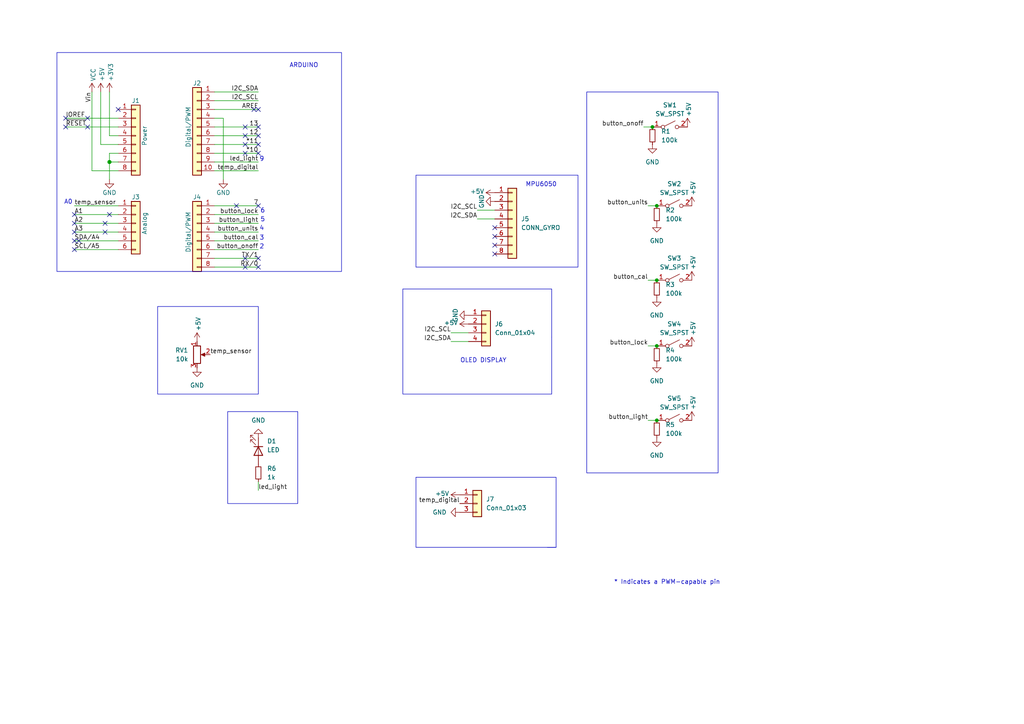
<source format=kicad_sch>
(kicad_sch (version 20231120) (generator "eeschema") (generator_version "8.0")
  (paper "A4")
  (title_block (title "Thermoprobe Arduino Shield") (date "2025-02-03") (rev "1.1") (company "Hampton Zinn"))
  (lib_symbols
    (symbol "Connector_Generic:Conn_01x03" (pin_names (offset 1.016) hide)
      (property "Reference" "J" (at 0 5.08 0))
      (property "Value" "Conn_01x03" (at 0 -5.08 0))
      (symbol "Conn_01x03_1_1"
        (rectangle (start -1.27 -2.413) (end 0 -2.667) (stroke (width 0.1524)))
        (rectangle (start -1.27 0.127) (end 0 -0.127) (stroke (width 0.1524)))
        (rectangle (start -1.27 2.667) (end 0 2.413) (stroke (width 0.1524)))
        (rectangle (start -1.27 3.81) (end 1.27 -3.81) (stroke (width 0.254)) (fill (type background)))
        (pin passive line (at -5.08 2.54 0) (length 3.81) (name "Pin_1") (number "1"))
        (pin passive line (at -5.08 0 0) (length 3.81) (name "Pin_2") (number "2"))
        (pin passive line (at -5.08 -2.54 0) (length 3.81) (name "Pin_3") (number "3"))
      )
    )
    (symbol "Connector_Generic:Conn_01x04" (pin_names (offset 1.016) hide)
      (property "Reference" "J" (at 0 5.08 0))
      (property "Value" "Conn_01x04" (at 0 -7.62 0))
      (symbol "Conn_01x04_1_1"
        (rectangle (start -1.27 -4.953) (end 0 -5.207) (stroke (width 0.1524)))
        (rectangle (start -1.27 -2.413) (end 0 -2.667) (stroke (width 0.1524)))
        (rectangle (start -1.27 0.127) (end 0 -0.127) (stroke (width 0.1524)))
        (rectangle (start -1.27 2.667) (end 0 2.413) (stroke (width 0.1524)))
        (rectangle (start -1.27 3.81) (end 1.27 -6.35) (stroke (width 0.254)) (fill (type background)))
        (pin passive line (at -5.08 2.54 0) (length 3.81) (name "Pin_1") (number "1"))
        (pin passive line (at -5.08 0 0) (length 3.81) (name "Pin_2") (number "2"))
        (pin passive line (at -5.08 -2.54 0) (length 3.81) (name "Pin_3") (number "3"))
        (pin passive line (at -5.08 -5.08 0) (length 3.81) (name "Pin_4") (number "4"))
      )
    )
    (symbol "Connector_Generic:Conn_01x06" (pin_names (offset 1.016) hide)
      (property "Reference" "J" (at 0 7.62 0))
      (property "Value" "Conn_01x06" (at 0 -10.16 0))
      (symbol "Conn_01x06_1_1"
        (rectangle (start -1.27 -7.493) (end 0 -7.747) (stroke (width 0.1524)))
        (rectangle (start -1.27 -4.953) (end 0 -5.207) (stroke (width 0.1524)))
        (rectangle (start -1.27 -2.413) (end 0 -2.667) (stroke (width 0.1524)))
        (rectangle (start -1.27 0.127) (end 0 -0.127) (stroke (width 0.1524)))
        (rectangle (start -1.27 2.667) (end 0 2.413) (stroke (width 0.1524)))
        (rectangle (start -1.27 5.207) (end 0 4.953) (stroke (width 0.1524)))
        (rectangle (start -1.27 6.35) (end 1.27 -8.89) (stroke (width 0.254)) (fill (type background)))
        (pin passive line (at -5.08 5.08 0) (length 3.81) (name "Pin_1") (number "1"))
        (pin passive line (at -5.08 2.54 0) (length 3.81) (name "Pin_2") (number "2"))
        (pin passive line (at -5.08 0 0) (length 3.81) (name "Pin_3") (number "3"))
        (pin passive line (at -5.08 -2.54 0) (length 3.81) (name "Pin_4") (number "4"))
        (pin passive line (at -5.08 -5.08 0) (length 3.81) (name "Pin_5") (number "5"))
        (pin passive line (at -5.08 -7.62 0) (length 3.81) (name "Pin_6") (number "6"))
      )
    )
    (symbol "Connector_Generic:Conn_01x08" (pin_names (offset 1.016) hide)
      (property "Reference" "J" (at 0 10.16 0))
      (property "Value" "Conn_01x08" (at 0 -12.7 0))
      (symbol "Conn_01x08_1_1"
        (rectangle (start -1.27 -10.033) (end 0 -10.287) (stroke (width 0.1524)))
        (rectangle (start -1.27 -7.493) (end 0 -7.747) (stroke (width 0.1524)))
        (rectangle (start -1.27 -4.953) (end 0 -5.207) (stroke (width 0.1524)))
        (rectangle (start -1.27 -2.413) (end 0 -2.667) (stroke (width 0.1524)))
        (rectangle (start -1.27 0.127) (end 0 -0.127) (stroke (width 0.1524)))
        (rectangle (start -1.27 2.667) (end 0 2.413) (stroke (width 0.1524)))
        (rectangle (start -1.27 5.207) (end 0 4.953) (stroke (width 0.1524)))
        (rectangle (start -1.27 7.747) (end 0 7.493) (stroke (width 0.1524)))
        (rectangle (start -1.27 8.89) (end 1.27 -11.43) (stroke (width 0.254)) (fill (type background)))
        (pin passive line (at -5.08 7.62 0) (length 3.81) (name "Pin_1") (number "1"))
        (pin passive line (at -5.08 5.08 0) (length 3.81) (name "Pin_2") (number "2"))
        (pin passive line (at -5.08 2.54 0) (length 3.81) (name "Pin_3") (number "3"))
        (pin passive line (at -5.08 0 0) (length 3.81) (name "Pin_4") (number "4"))
        (pin passive line (at -5.08 -2.54 0) (length 3.81) (name "Pin_5") (number "5"))
        (pin passive line (at -5.08 -5.08 0) (length 3.81) (name "Pin_6") (number "6"))
        (pin passive line (at -5.08 -7.62 0) (length 3.81) (name "Pin_7") (number "7"))
        (pin passive line (at -5.08 -10.16 0) (length 3.81) (name "Pin_8") (number "8"))
      )
    )
    (symbol "Connector_Generic:Conn_01x10" (pin_names (offset 1.016) hide)
      (property "Reference" "J" (at 0 12.7 0))
      (property "Value" "Conn_01x10" (at 0 -15.24 0))
      (symbol "Conn_01x10_1_1"
        (rectangle (start -1.27 -12.573) (end 0 -12.827) (stroke (width 0.1524)))
        (rectangle (start -1.27 -10.033) (end 0 -10.287) (stroke (width 0.1524)))
        (rectangle (start -1.27 -7.493) (end 0 -7.747) (stroke (width 0.1524)))
        (rectangle (start -1.27 -4.953) (end 0 -5.207) (stroke (width 0.1524)))
        (rectangle (start -1.27 -2.413) (end 0 -2.667) (stroke (width 0.1524)))
        (rectangle (start -1.27 0.127) (end 0 -0.127) (stroke (width 0.1524)))
        (rectangle (start -1.27 2.667) (end 0 2.413) (stroke (width 0.1524)))
        (rectangle (start -1.27 5.207) (end 0 4.953) (stroke (width 0.1524)))
        (rectangle (start -1.27 7.747) (end 0 7.493) (stroke (width 0.1524)))
        (rectangle (start -1.27 10.287) (end 0 10.033) (stroke (width 0.1524)))
        (rectangle (start -1.27 11.43) (end 1.27 -13.97) (stroke (width 0.254)) (fill (type background)))
        (pin passive line (at -5.08 10.16 0) (length 3.81) (name "Pin_1") (number "1"))
        (pin passive line (at -5.08 -12.7 0) (length 3.81) (name "Pin_10") (number "10"))
        (pin passive line (at -5.08 7.62 0) (length 3.81) (name "Pin_2") (number "2"))
        (pin passive line (at -5.08 5.08 0) (length 3.81) (name "Pin_3") (number "3"))
        (pin passive line (at -5.08 2.54 0) (length 3.81) (name "Pin_4") (number "4"))
        (pin passive line (at -5.08 0 0) (length 3.81) (name "Pin_5") (number "5"))
        (pin passive line (at -5.08 -2.54 0) (length 3.81) (name "Pin_6") (number "6"))
        (pin passive line (at -5.08 -5.08 0) (length 3.81) (name "Pin_7") (number "7"))
        (pin passive line (at -5.08 -7.62 0) (length 3.81) (name "Pin_8") (number "8"))
        (pin passive line (at -5.08 -10.16 0) (length 3.81) (name "Pin_9") (number "9"))
      )
    )
    (symbol "Device:LED" (pin_numbers hide) (pin_names (offset 1.016) hide)
      (property "Reference" "D" (at 0 2.54 0))
      (property "Value" "LED" (at 0 -2.54 0))
      (symbol "LED_0_1"
        (polyline (pts (xy -1.27 -1.27) (xy -1.27 1.27)) (stroke (width 0.254)))
        (polyline (pts (xy -1.27 0) (xy 1.27 0)))
        (polyline (pts (xy 1.27 -1.27) (xy 1.27 1.27) (xy -1.27 0) (xy 1.27 -1.27)) (stroke (width 0.254)))
        (polyline (pts (xy -3.048 -0.762) (xy -4.572 -2.286) (xy -3.81 -2.286) (xy -4.572 -2.286) (xy -4.572 -1.524)))
        (polyline (pts (xy -1.778 -0.762) (xy -3.302 -2.286) (xy -2.54 -2.286) (xy -3.302 -2.286) (xy -3.302 -1.524)))
      )
      (symbol "LED_1_1"
        (pin passive line (at -3.81 0 0) (length 2.54) (name "K") (number "1"))
        (pin passive line (at 3.81 0 180) (length 2.54) (name "A") (number "2"))
      )
    )
    (symbol "Device:R_Potentiometer" (pin_names (offset 1.016) hide)
      (property "Reference" "RV" (at -4.445 0 90))
      (property "Value" "R_Potentiometer" (at -2.54 0 90))
      (symbol "R_Potentiometer_0_1"
        (polyline (pts (xy 2.54 0) (xy 1.524 0)))
        (polyline (pts (xy 1.143 0) (xy 2.286 0.508) (xy 2.286 -0.508) (xy 1.143 0)) (fill (type outline)))
        (rectangle (start 1.016 2.54) (end -1.016 -2.54) (stroke (width 0.254)))
      )
      (symbol "R_Potentiometer_1_1"
        (pin passive line (at 0 3.81 270) (length 1.27) (name "1") (number "1"))
        (pin passive line (at 3.81 0 180) (length 1.27) (name "2") (number "2"))
        (pin passive line (at 0 -3.81 90) (length 1.27) (name "3") (number "3"))
      )
    )
    (symbol "Device:R_Small" (pin_numbers hide) (pin_names (offset 0.254) hide)
      (property "Reference" "R" (at 0.762 0.508 0))
      (property "Value" "R_Small" (at 0.762 -1.016 0))
      (symbol "R_Small_0_1"
        (rectangle (start -0.762 1.778) (end 0.762 -1.778) (stroke (width 0.2032)))
      )
      (symbol "R_Small_1_1"
        (pin passive line (at 0 2.54 270) (length 0.762) (name "~") (number "1"))
        (pin passive line (at 0 -2.54 90) (length 0.762) (name "~") (number "2"))
      )
    )
    (symbol "GND_1" (power) (pin_numbers hide) (pin_names (offset 0) hide)
      (property "Value" "GND" (at 0 -3.81 0))
      (symbol "GND_1_0_1"
        (polyline (pts (xy 0 0) (xy 0 -1.27) (xy 1.27 -1.27) (xy 0 -2.54) (xy -1.27 -1.27) (xy 0 -1.27)))
      )
      (symbol "GND_1_1_1"
        (pin power_in line (at 0 0 270) (length 0) (name "~") (number "1"))
      )
    )
    (symbol "GND_2" (power) (pin_numbers hide) (pin_names (offset 0) hide)
      (property "Value" "GND" (at 0 -3.81 0))
      (symbol "GND_2_0_1"
        (polyline (pts (xy 0 0) (xy 0 -1.27) (xy 1.27 -1.27) (xy 0 -2.54) (xy -1.27 -1.27) (xy 0 -1.27)))
      )
      (symbol "GND_2_1_1"
        (pin power_in line (at 0 0 270) (length 0) (name "~") (number "1"))
      )
    )
    (symbol "Switch:SW_SPST" (pin_names (offset 0) hide)
      (property "Reference" "SW" (at 0 3.175 0))
      (property "Value" "SW_SPST" (at 0 -2.54 0))
      (symbol "SW_SPST_0_0"
        (circle (center -2.032 0) (radius 0.508))
        (polyline (pts (xy -1.524 0.254) (xy 1.524 1.778)))
        (circle (center 2.032 0) (radius 0.508))
      )
      (symbol "SW_SPST_1_1"
        (pin passive line (at -5.08 0 0) (length 2.54) (name "A") (number "1"))
        (pin passive line (at 5.08 0 180) (length 2.54) (name "B") (number "2"))
      )
    )
    (symbol "power:+3V3" (power) (pin_names (offset 0))
      (property "Value" "+3V3" (at 0 3.556 0))
      (symbol "+3V3_0_1"
        (polyline (pts (xy -0.762 1.27) (xy 0 2.54)))
        (polyline (pts (xy 0 0) (xy 0 2.54)))
        (polyline (pts (xy 0 2.54) (xy 0.762 1.27)))
      )
      (symbol "+3V3_1_1"
        (pin power_in line (at 0 0 90) (length 0) hide (name "+3V3") (number "1"))
      )
    )
    (symbol "power:+5V" (power) (pin_names (offset 0))
      (property "Value" "+5V" (at 0 3.556 0))
      (symbol "+5V_0_1"
        (polyline (pts (xy -0.762 1.27) (xy 0 2.54)))
        (polyline (pts (xy 0 0) (xy 0 2.54)))
        (polyline (pts (xy 0 2.54) (xy 0.762 1.27)))
      )
      (symbol "+5V_1_1"
        (pin power_in line (at 0 0 90) (length 0) hide (name "+5V") (number "1"))
      )
    )
    (symbol "power:GND" (power) (pin_names (offset 0))
      (property "Value" "GND" (at 0 -3.81 0))
      (symbol "GND_0_1"
        (polyline (pts (xy 0 0) (xy 0 -1.27) (xy 1.27 -1.27) (xy 0 -2.54) (xy -1.27 -1.27) (xy 0 -1.27)))
      )
      (symbol "GND_1_1"
        (pin power_in line (at 0 0 270) (length 0) hide (name "GND") (number "1"))
      )
    )
    (symbol "power:VCC" (power) (pin_names (offset 0))
      (property "Value" "VCC" (at 0 3.81 0))
      (symbol "VCC_0_1"
        (polyline (pts (xy -0.762 1.27) (xy 0 2.54)))
        (polyline (pts (xy 0 0) (xy 0 2.54)))
        (polyline (pts (xy 0 2.54) (xy 0.762 1.27)))
      )
      (symbol "VCC_1_1"
        (pin power_in line (at 0 0 90) (length 0) hide (name "VCC") (number "1"))
      )
    )
  )
  (junction (at 31.75 46.99) (diameter 1.016))
  (junction (at 190.5 121.92))
  (junction (at 190.5 81.28))
  (junction (at 190.5 59.69))
  (junction (at 189.23 36.83))
  (junction (at 190.5 100.33))
  (no_connect (at 74.93 41.91))
  (no_connect (at 21.59 62.23))
  (no_connect (at 71.12 36.83))
  (no_connect (at 74.93 36.83))
  (no_connect (at 19.05 36.83))
  (no_connect (at 74.93 77.47))
  (no_connect (at 31.75 62.23))
  (no_connect (at 21.59 69.85))
  (no_connect (at 30.48 67.31))
  (no_connect (at 74.93 39.37))
  (no_connect (at 143.51 66.04))
  (no_connect (at 74.93 59.69))
  (no_connect (at 71.12 77.47))
  (no_connect (at 73.66 31.75))
  (no_connect (at 30.48 64.77))
  (no_connect (at 21.59 67.31))
  (no_connect (at 71.12 39.37))
  (no_connect (at 68.58 59.69))
  (no_connect (at 19.05 34.29))
  (no_connect (at 74.93 44.45))
  (no_connect (at 71.12 44.45))
  (no_connect (at 25.4 34.29))
  (no_connect (at 25.4 36.83))
  (no_connect (at 74.93 74.93))
  (no_connect (at 74.93 31.75))
  (no_connect (at 34.29 31.75))
  (no_connect (at 71.12 41.91))
  (no_connect (at 21.59 64.77))
  (no_connect (at 71.12 74.93))
  (no_connect (at 21.59 72.39))
  (no_connect (at 143.51 68.58))
  (no_connect (at 143.51 73.66))
  (no_connect (at 22.86 69.85))
  (no_connect (at 143.51 71.12))
  (wire (pts (xy 62.23 77.47) (xy 74.93 77.47)))
  (wire (pts (xy 62.23 44.45) (xy 74.93 44.45)))
  (wire (pts (xy 62.23 26.67) (xy 74.93 26.67)))
  (wire (pts (xy 31.75 44.45) (xy 31.75 46.99)))
  (wire (pts (xy 187.96 59.69) (xy 190.5 59.69)))
  (wire (pts (xy 21.59 72.39) (xy 34.29 72.39)))
  (wire (pts (xy 187.96 121.92) (xy 190.5 121.92)))
  (wire (pts (xy 31.75 46.99) (xy 31.75 52.07)))
  (wire (pts (xy 130.81 99.06) (xy 135.89 99.06)))
  (wire (pts (xy 31.75 39.37) (xy 34.29 39.37)))
  (wire (pts (xy 29.21 41.91) (xy 34.29 41.91)))
  (wire (pts (xy 29.21 26.67) (xy 29.21 41.91)))
  (wire (pts (xy 62.23 36.83) (xy 74.93 36.83)))
  (wire (pts (xy 187.96 81.28) (xy 190.5 81.28)))
  (wire (pts (xy 31.75 26.67) (xy 31.75 39.37)))
  (wire (pts (xy 62.23 59.69) (xy 74.93 59.69)))
  (wire (pts (xy 34.29 59.69) (xy 21.59 59.69)))
  (wire (pts (xy 62.23 39.37) (xy 74.93 39.37)))
  (wire (pts (xy 62.23 62.23) (xy 74.93 62.23)))
  (wire (pts (xy 138.43 63.5) (xy 143.51 63.5)))
  (wire (pts (xy 186.69 36.83) (xy 189.23 36.83)))
  (wire (pts (xy 130.81 96.52) (xy 135.89 96.52)))
  (wire (pts (xy 62.23 46.99) (xy 74.93 46.99)))
  (wire (pts (xy 62.23 67.31) (xy 74.93 67.31)))
  (wire (pts (xy 138.43 60.96) (xy 143.51 60.96)))
  (wire (pts (xy 19.05 34.29) (xy 34.29 34.29)))
  (wire (pts (xy 64.77 34.29) (xy 64.77 52.07)))
  (wire (pts (xy 62.23 31.75) (xy 74.93 31.75)))
  (wire (pts (xy 34.29 64.77) (xy 21.59 64.77)))
  (wire (pts (xy 19.05 36.83) (xy 34.29 36.83)))
  (wire (pts (xy 34.29 46.99) (xy 31.75 46.99)))
  (wire (pts (xy 74.93 139.7) (xy 74.93 142.24)))
  (wire (pts (xy 34.29 49.53) (xy 26.67 49.53)))
  (wire (pts (xy 21.59 62.23) (xy 34.29 62.23)))
  (wire (pts (xy 62.23 34.29) (xy 64.77 34.29)))
  (wire (pts (xy 34.29 44.45) (xy 31.75 44.45)))
  (wire (pts (xy 187.96 100.33) (xy 190.5 100.33)))
  (wire (pts (xy 62.23 41.91) (xy 74.93 41.91)))
  (wire (pts (xy 62.23 64.77) (xy 74.93 64.77)))
  (wire (pts (xy 21.59 67.31) (xy 34.29 67.31)))
  (wire (pts (xy 62.23 29.21) (xy 74.93 29.21)))
  (wire (pts (xy 62.23 72.39) (xy 74.93 72.39)))
  (wire (pts (xy 62.23 69.85) (xy 74.93 69.85)))
  (wire (pts (xy 62.23 74.93) (xy 74.93 74.93)))
  (wire (pts (xy 26.67 49.53) (xy 26.67 26.67)))
  (wire (pts (xy 34.29 69.85) (xy 21.59 69.85)))
  (wire (pts (xy 62.23 49.53) (xy 74.93 49.53)))
  (rectangle (start 45.72 88.9) (end 74.93 114.3))
  (rectangle (start 66.04 119.38) (end 86.36 146.05))
  (rectangle (start 16.51 15.24) (end 99.06 78.74))
  (rectangle (start 170.18 26.67) (end 208.28 137.16))
  (rectangle (start 158.75 158.75) (end 161.29 158.75))
  (rectangle (start 160.02 97.79) (end 160.02 97.79))
  (rectangle (start 116.84 83.82) (end 160.02 114.3))
  (rectangle (start 160.02 97.79) (end 160.02 97.79))
  (rectangle (start 120.65 138.43) (end 161.29 158.75))
  (rectangle (start 120.65 50.8) (end 167.64 77.47))
  (text "6" (at 76.2 61.214 0) (effects (font (size 1.27 1.27))))
  (text "9\n" (at 75.946 46.228 0) (effects (font (size 1.27 1.27))))
  (text "OLED DISPLAY\n\n" (at 140.208 105.664 0) (effects (font (size 1.27 1.27))))
  (text "4" (at 75.946 66.294 0) (effects (font (size 1.27 1.27))))
  (text "ARDUINO\n\n" (at 88.138 20.066 0) (effects (font (size 1.27 1.27))))
  (text "3\n" (at 75.946 69.088 0) (effects (font (size 1.27 1.27))))
  (text "MPU6050\n" (at 156.972 53.594 0) (effects (font (size 1.27 1.27))))
  (text "A0\n\n" (at 19.812 59.69 0) (effects (font (size 1.27 1.27))))
  (text "5" (at 76.2 63.754 0) (effects (font (size 1.27 1.27))))
  (text "* Indicates a PWM-capable pin" (at 178.054 169.672 0) (effects (font (size 1.27 1.27)) (justify left bottom)))
  (text "2\n" (at 75.946 71.628 0) (effects (font (size 1.27 1.27))))
  (label "RX{slash}0" (at 74.93 77.47 180))
  (label "A2" (at 21.59 64.77 0))
  (label "button_units" (at 74.93 67.31 180))
  (label "I2C_SDA" (at 130.81 99.06 180))
  (label "temp_digital" (at 133.35 146.05 180))
  (label "button_onoff" (at 74.93 72.39 180))
  (label "temp_sensor" (at 60.96 102.87 0))
  (label "A3" (at 21.59 67.31 0))
  (label "button_light" (at 187.96 121.92 180))
  (label "button_units" (at 187.96 59.69 180))
  (label "13" (at 74.93 36.83 180))
  (label "button_cal" (at 187.96 81.28 180))
  (label "12" (at 74.93 39.37 180))
  (label "I2C_SDA" (at 138.43 63.5 180))
  (label "~{RESET}" (at 19.05 36.83 0))
  (label "*10" (at 74.93 44.45 180))
  (label "I2C_SCL" (at 130.81 96.52 180))
  (label "button_lock" (at 187.96 100.33 180))
  (label "7" (at 74.93 59.69 180))
  (label "I2C_SCL" (at 74.93 29.21 180))
  (label "temp_digital" (at 74.93 49.53 180))
  (label "*11" (at 74.93 41.91 180))
  (label "I2C_SCL" (at 138.43 60.96 180))
  (label "button_lock" (at 74.93 62.23 180))
  (label "A1" (at 21.59 62.23 0))
  (label "TX{slash}1" (at 74.93 74.93 180))
  (label "temp_sensor" (at 21.59 59.69 0))
  (label "AREF" (at 74.93 31.75 180))
  (label "Vin" (at 26.67 26.67 270))
  (label "button_light" (at 74.93 64.77 180))
  (label "I2C_SDA" (at 74.93 26.67 180))
  (label "led_light" (at 74.93 46.99 180))
  (label "led_light" (at 74.93 142.24 0))
  (label "button_cal" (at 74.93 69.85 180))
  (label "IOREF" (at 19.05 34.29 0))
  (label "SDA{slash}A4" (at 21.59 69.85 0))
  (label "SCL{slash}A5" (at 21.59 72.39 0))
  (label "button_onoff" (at 186.69 36.83 180))
  (symbol (lib_id "Connector_Generic:Conn_01x08") (at 39.37 39.37 0) (unit 1)
    (property "Reference" "J1" (at 39.37 29.21 0))
    (property "Value" "Power" (at 41.91 39.37 90))
    (property "Footprint" "Connector_PinSocket_2.54mm:PinSocket_1x08_P2.54mm_Vertical" (effects (hide yes)))
  )
  (symbol (lib_id "power:+3V3") (at 31.75 26.67 0) (unit 1)
    (property "Reference" "#PWR03" (effects (hide yes)))
    (property "Value" "+3V3" (at 32.131 23.622 90) (effects (justify left)))
  )
  (symbol (lib_id "power:+5V") (at 29.21 26.67 0) (unit 1)
    (property "Reference" "#PWR02" (effects (hide yes)))
    (property "Value" "+5V" (at 29.5656 23.622 90) (effects (justify left)))
  )
  (symbol (lib_id "power:GND") (at 31.75 52.07 0) (unit 1)
    (property "Reference" "#PWR04" (effects (hide yes)))
    (property "Value" "GND" (at 31.75 55.88 0))
  )
  (symbol (lib_id "Connector_Generic:Conn_01x10") (at 57.15 36.83 0) (mirror y) (unit 1)
    (property "Reference" "J2" (at 57.15 24.13 0))
    (property "Value" "Digital/PWM" (at 54.61 36.83 90))
    (property "Footprint" "Connector_PinSocket_2.54mm:PinSocket_1x10_P2.54mm_Vertical" (effects (hide yes)))
  )
  (symbol (lib_id "power:GND") (at 64.77 52.07 0) (unit 1)
    (property "Reference" "#PWR05" (effects (hide yes)))
    (property "Value" "GND" (at 64.77 55.88 0))
  )
  (symbol (lib_id "Connector_Generic:Conn_01x06") (at 39.37 64.77 0) (unit 1)
    (property "Reference" "J3" (at 39.37 57.15 0))
    (property "Value" "Analog" (at 41.91 64.77 90))
    (property "Footprint" "Connector_PinSocket_2.54mm:PinSocket_1x06_P2.54mm_Vertical" (effects (hide yes)))
  )
  (symbol (lib_id "Connector_Generic:Conn_01x08") (at 57.15 67.31 0) (mirror y) (unit 1)
    (property "Reference" "J4" (at 57.15 57.15 0))
    (property "Value" "Digital/PWM" (at 54.61 67.31 90))
    (property "Footprint" "Connector_PinSocket_2.54mm:PinSocket_1x08_P2.54mm_Vertical" (effects (hide yes)))
  )
  (symbol (lib_id "power:+5V") (at 200.66 100.33 0) (unit 1)
    (property "Reference" "#PWR017" (effects (hide yes)))
    (property "Value" "+5V" (at 201.0156 97.282 90) (effects (justify left)))
  )
  (symbol (lib_id "power:+5V") (at 135.89 93.98 90) (unit 1)
    (property "Reference" "#PWR09" (effects (hide yes)))
    (property "Value" "+5V" (at 132.842 93.6244 90) (effects (justify left)))
  )
  (symbol (lib_id "Switch:SW_SPST") (at 195.58 81.28 0) (unit 1)
    (property "Reference" "SW3" (at 195.58 74.93 0))
    (property "Value" "SW_SPST" (at 195.58 77.47 0))
    (property "Footprint" "Button_Switch_THT:SW_PUSH_6mm" (effects (hide yes)))
    (property "Description" "Single Pole Single Throw (SPST) switch" (effects (hide yes)))
  )
  (symbol (lib_id "Device:R_Small") (at 190.5 124.46 0) (unit 1)
    (property "Reference" "R5" (at 193.04 123.1899 0) (effects (justify left)))
    (property "Value" "100k" (at 193.04 125.7299 0) (effects (justify left)))
    (property "Footprint" "Resistor_THT:R_Axial_DIN0207_L6.3mm_D2.5mm_P10.16mm_Horizontal" (effects (hide yes)))
    (property "Description" "Resistor, small symbol" (effects (hide yes)))
  )
  (symbol (lib_id "Device:LED") (at 74.93 130.81 270) (unit 1)
    (property "Reference" "D1" (at 77.47 127.9524 90) (effects (justify left)))
    (property "Value" "LED" (at 77.47 130.4924 90) (effects (justify left)))
    (property "Footprint" "LED_THT:LED_D5.0mm" (effects (hide yes)))
    (property "Description" "Light emitting diode" (effects (hide yes)))
  )
  (symbol (lib_id "Device:R_Small") (at 190.5 62.23 0) (unit 1)
    (property "Reference" "R2" (at 193.04 60.9599 0) (effects (justify left)))
    (property "Value" "100k" (at 193.04 63.4999 0) (effects (justify left)))
    (property "Footprint" "Resistor_THT:R_Axial_DIN0207_L6.3mm_D2.5mm_P10.16mm_Horizontal" (effects (hide yes)))
    (property "Description" "Resistor, small symbol" (effects (hide yes)))
  )
  (symbol (lib_name "GND_2") (lib_id "power:GND") (at 57.15 106.68 0) (unit 1)
    (property "Reference" "#PWR021" (effects (hide yes)))
    (property "Value" "GND" (at 57.15 111.76 0))
    (property "Description" "Power symbol creates a global label with name \"GND\" , ground" (effects (hide yes)))
  )
  (symbol (lib_id "Device:R_Small") (at 74.93 137.16 0) (unit 1)
    (property "Reference" "R6" (at 77.47 135.8899 0) (effects (justify left)))
    (property "Value" "1k" (at 77.47 138.4299 0) (effects (justify left)))
    (property "Footprint" "Resistor_THT:R_Axial_DIN0207_L6.3mm_D2.5mm_P10.16mm_Horizontal" (effects (hide yes)))
    (property "Description" "Resistor, small symbol" (effects (hide yes)))
  )
  (symbol (lib_name "GND_2") (lib_id "power:GND") (at 74.93 127 180) (unit 1)
    (property "Reference" "#PWR020" (effects (hide yes)))
    (property "Value" "GND" (at 74.93 121.92 0))
    (property "Description" "Power symbol creates a global label with name \"GND\" , ground" (effects (hide yes)))
  )
  (symbol (lib_name "GND_1") (lib_id "power:GND") (at 190.5 105.41 0) (unit 1)
    (property "Reference" "#PWR016" (effects (hide yes)))
    (property "Value" "GND" (at 190.5 110.49 0))
    (property "Description" "Power symbol creates a global label with name \"GND\" , ground" (effects (hide yes)))
  )
  (symbol (lib_id "Switch:SW_SPST") (at 194.31 36.83 0) (unit 1)
    (property "Reference" "SW1" (at 194.31 30.48 0))
    (property "Value" "SW_SPST" (at 194.31 33.02 0))
    (property "Footprint" "Button_Switch_THT:SW_PUSH_6mm" (effects (hide yes)))
    (property "Description" "Single Pole Single Throw (SPST) switch" (effects (hide yes)))
  )
  (symbol (lib_id "power:+5V") (at 133.35 143.51 90) (unit 1)
    (property "Reference" "#PWR023" (effects (hide yes)))
    (property "Value" "+5V" (at 130.302 143.1544 90) (effects (justify left)))
  )
  (symbol (lib_name "GND_1") (lib_id "power:GND") (at 190.5 86.36 0) (unit 1)
    (property "Reference" "#PWR014" (effects (hide yes)))
    (property "Value" "GND" (at 190.5 91.44 0))
    (property "Description" "Power symbol creates a global label with name \"GND\" , ground" (effects (hide yes)))
  )
  (symbol (lib_id "power:+5V") (at 143.51 55.88 90) (unit 1)
    (property "Reference" "#PWR07" (effects (hide yes)))
    (property "Value" "+5V" (at 140.462 55.5244 90) (effects (justify left)))
  )
  (symbol (lib_id "Switch:SW_SPST") (at 195.58 59.69 0) (unit 1)
    (property "Reference" "SW2" (at 195.58 53.34 0))
    (property "Value" "SW_SPST" (at 195.58 55.88 0))
    (property "Footprint" "Button_Switch_THT:SW_PUSH_6mm" (effects (hide yes)))
    (property "Description" "Single Pole Single Throw (SPST) switch" (effects (hide yes)))
  )
  (symbol (lib_id "power:VCC") (at 26.67 26.67 0) (unit 1)
    (property "Reference" "#PWR01" (effects (hide yes)))
    (property "Value" "VCC" (at 27.051 23.622 90) (effects (justify left)))
  )
  (symbol (lib_name "GND_2") (lib_id "power:GND") (at 133.35 148.59 270) (unit 1)
    (property "Reference" "#PWR024" (effects (hide yes)))
    (property "Value" "GND" (at 129.54 148.5899 90) (effects (justify right)))
    (property "Description" "Power symbol creates a global label with name \"GND\" , ground" (effects (hide yes)))
  )
  (symbol (lib_id "power:+5V") (at 199.39 36.83 0) (unit 1)
    (property "Reference" "#PWR011" (effects (hide yes)))
    (property "Value" "+5V" (at 199.7456 33.782 90) (effects (justify left)))
  )
  (symbol (lib_id "Connector_Generic:Conn_01x03") (at 138.43 146.05 0) (unit 1)
    (property "Reference" "J7" (at 140.97 144.7799 0) (effects (justify left)))
    (property "Value" "Conn_01x03" (at 140.97 147.3199 0) (effects (justify left)))
    (property "Footprint" "Connector_JST:JST_XH_B3B-XH-A_1x03_P2.50mm_Vertical" (effects (hide yes)))
    (property "Description" "Generic connector, single row, 01x03, script generated (kicad-library-utils/schlib/autogen/connector/)" (effects (hide yes)))
  )
  (symbol (lib_name "GND_1") (lib_id "power:GND") (at 189.23 41.91 0) (unit 1)
    (property "Reference" "#PWR010" (effects (hide yes)))
    (property "Value" "GND" (at 189.23 46.99 0))
    (property "Description" "Power symbol creates a global label with name \"GND\" , ground" (effects (hide yes)))
  )
  (symbol (lib_id "power:GND") (at 135.89 91.44 270) (unit 1)
    (property "Reference" "#PWR08" (effects (hide yes)))
    (property "Value" "GND" (at 132.08 91.44 0))
  )
  (symbol (lib_id "power:+5V") (at 200.66 59.69 0) (unit 1)
    (property "Reference" "#PWR013" (effects (hide yes)))
    (property "Value" "+5V" (at 201.0156 56.642 90) (effects (justify left)))
  )
  (symbol (lib_id "Device:R_Small") (at 189.23 39.37 0) (unit 1)
    (property "Reference" "R1" (at 191.77 38.0999 0) (effects (justify left)))
    (property "Value" "100k" (at 191.77 40.6399 0) (effects (justify left)))
    (property "Footprint" "Resistor_THT:R_Axial_DIN0207_L6.3mm_D2.5mm_P10.16mm_Horizontal" (effects (hide yes)))
    (property "Description" "Resistor, small symbol" (effects (hide yes)))
  )
  (symbol (lib_id "power:+5V") (at 57.15 99.06 0) (unit 1)
    (property "Reference" "#PWR022" (effects (hide yes)))
    (property "Value" "+5V" (at 57.5056 96.012 90) (effects (justify left)))
  )
  (symbol (lib_id "Device:R_Potentiometer") (at 57.15 102.87 0) (unit 1)
    (property "Reference" "RV1" (at 54.61 101.5999 0) (effects (justify right)))
    (property "Value" "10k" (at 54.61 104.1399 0) (effects (justify right)))
    (property "Footprint" "Potentiometer_THT:Potentiometer_Bourns_3386P_Vertical" (effects (hide yes)))
    (property "Description" "Potentiometer" (effects (hide yes)))
  )
  (symbol (lib_id "power:GND") (at 143.51 58.42 270) (unit 1)
    (property "Reference" "#PWR06" (effects (hide yes)))
    (property "Value" "GND" (at 139.7 58.42 0))
  )
  (symbol (lib_id "Switch:SW_SPST") (at 195.58 100.33 0) (unit 1)
    (property "Reference" "SW4" (at 195.58 93.98 0))
    (property "Value" "SW_SPST" (at 195.58 96.52 0))
    (property "Footprint" "Button_Switch_THT:SW_PUSH_6mm" (effects (hide yes)))
    (property "Description" "Single Pole Single Throw (SPST) switch" (effects (hide yes)))
  )
  (symbol (lib_name "GND_1") (lib_id "power:GND") (at 190.5 127 0) (unit 1)
    (property "Reference" "#PWR018" (effects (hide yes)))
    (property "Value" "GND" (at 190.5 132.08 0))
    (property "Description" "Power symbol creates a global label with name \"GND\" , ground" (effects (hide yes)))
  )
  (symbol (lib_id "Connector_Generic:Conn_01x04") (at 140.97 93.98 0) (unit 1)
    (property "Reference" "J6" (at 143.51 93.9799 0) (effects (justify left)))
    (property "Value" "Conn_01x04" (at 143.51 96.5199 0) (effects (justify left)))
    (property "Footprint" "Connector_PinSocket_2.54mm:PinSocket_1x04_P2.54mm_Vertical" (effects (hide yes)))
    (property "Description" "Generic connector, single row, 01x04, script generated (kicad-library-utils/schlib/autogen/connector/)" (effects (hide yes)))
  )
  (symbol (lib_id "power:+5V") (at 200.66 81.28 0) (unit 1)
    (property "Reference" "#PWR015" (effects (hide yes)))
    (property "Value" "+5V" (at 201.0156 78.232 90) (effects (justify left)))
  )
  (symbol (lib_id "Switch:SW_SPST") (at 195.58 121.92 0) (unit 1)
    (property "Reference" "SW5" (at 195.58 115.57 0))
    (property "Value" "SW_SPST" (at 195.58 118.11 0))
    (property "Footprint" "Button_Switch_THT:SW_PUSH_6mm" (effects (hide yes)))
    (property "Description" "Single Pole Single Throw (SPST) switch" (effects (hide yes)))
  )
  (symbol (lib_id "power:+5V") (at 200.66 121.92 0) (unit 1)
    (property "Reference" "#PWR019" (effects (hide yes)))
    (property "Value" "+5V" (at 201.0156 118.872 90) (effects (justify left)))
  )
  (symbol (lib_id "Device:R_Small") (at 190.5 83.82 0) (unit 1)
    (property "Reference" "R3" (at 193.04 82.5499 0) (effects (justify left)))
    (property "Value" "100k" (at 193.04 85.0899 0) (effects (justify left)))
    (property "Footprint" "Resistor_THT:R_Axial_DIN0207_L6.3mm_D2.5mm_P10.16mm_Horizontal" (effects (hide yes)))
    (property "Description" "Resistor, small symbol" (effects (hide yes)))
  )
  (symbol (lib_id "Device:R_Small") (at 190.5 102.87 0) (unit 1)
    (property "Reference" "R4" (at 193.04 101.5999 0) (effects (justify left)))
    (property "Value" "100k" (at 193.04 104.1399 0) (effects (justify left)))
    (property "Footprint" "Resistor_THT:R_Axial_DIN0207_L6.3mm_D2.5mm_P10.16mm_Horizontal" (effects (hide yes)))
    (property "Description" "Resistor, small symbol" (effects (hide yes)))
  )
  (symbol (lib_name "GND_1") (lib_id "power:GND") (at 190.5 64.77 0) (unit 1)
    (property "Reference" "#PWR012" (effects (hide yes)))
    (property "Value" "GND" (at 190.5 69.85 0))
    (property "Description" "Power symbol creates a global label with name \"GND\" , ground" (effects (hide yes)))
  )
  (symbol (lib_id "Connector_Generic:Conn_01x08") (at 148.59 63.5 0) (unit 1)
    (property "Reference" "J5" (at 151.13 63.4999 0) (effects (justify left)))
    (property "Value" "CONN_GYRO" (at 151.13 66.0399 0) (effects (justify left)))
    (property "Footprint" "Connector_PinSocket_2.54mm:PinSocket_1x08_P2.54mm_Vertical" (effects (hide yes)))
    (property "Description" "Generic connector, single row, 01x08, script generated (kicad-library-utils/schlib/autogen/connector/)" (effects (hide yes)))
  )
)
</source>
